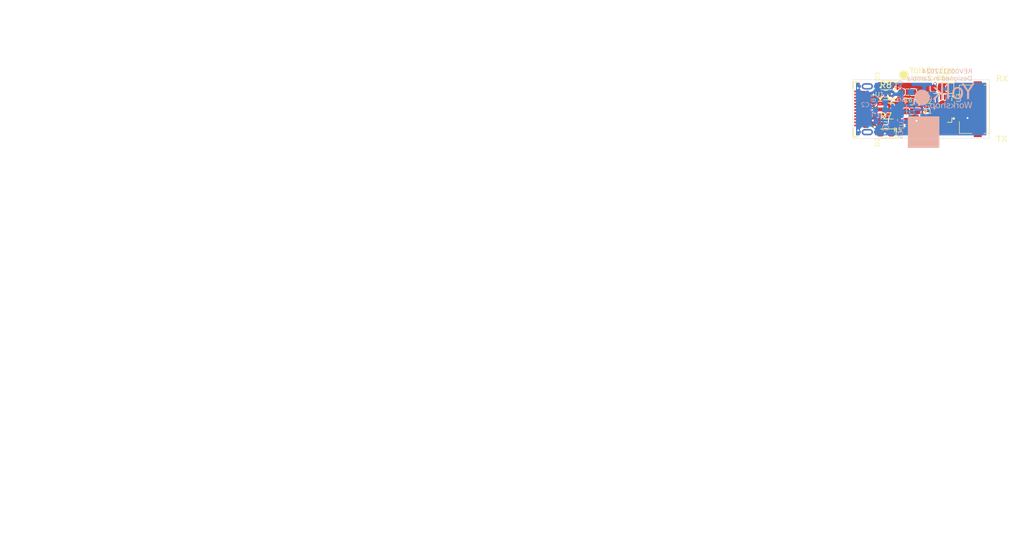
<source format=kicad_pcb>
(kicad_pcb (version 20240108) (generator "pcbnew") (generator_version "8.0")
  (layers (0 "F.Cu" signal "TOP-SIG") (1 "In1.Cu" power "L2-GND") (2 "In2.Cu" power "L3-PWR") (31 "B.Cu" signal "BOTTOM-SIG") (34 "B.Paste" user) (35 "F.Paste" user) (36 "B.SilkS" user "B.Silkscreen") (37 "F.SilkS" user "F.Silkscreen") (38 "B.Mask" user) (39 "F.Mask" user) (44 "Edge.Cuts" user))
  (net 0 "")
  (net 1 "VBUS_CONN")
  (net 2 "GND")
  (net 3 "VBUS")
  (net 4 "+3.3V")
  (net 5 "+3V3")
  (net 6 "Net-(D1-K)")
  (net 7 "Net-(D2-K)")
  (net 8 "/UART_TX")
  (net 9 "/UART_RX")
  (net 10 "/CONN_DP")
  (net 11 "/CONN_DN")
  (net 12 "/USB_DN")
  (net 13 "/DN")
  (net 14 "/USB_DP")
  (net 15 "/DP")
  (net 16 "Net-(D3-K)")
  (net 17 "Net-(U3-~{RESET})")
  (net 18 "Net-(U2-EN)")
  (net 19 "Net-(U3-CBUS1)")
  (net 20 "Net-(U3-CBUS2)")
  (net 26 "Net-(J1-CC1)")
  (net 27 "Net-(J1-CC2)")
  (footprint "Diode_SMD:D_SOD-323_HandSoldering" (layer "F.Cu") (at 165.356249 27.875 180)
    (property "Reference" "D1" (at 0 1.6 360) (layer "F.SilkS") (effects (font (size 0.75 0.75))))
    (property "Value" "BAT60BE6359HTMA1")
    (fp_line (start -2.01 0.85) (end 1.25 0.85) (stroke (width 0.12)) (layer "F.SilkS"))
    (fp_line (start -2.01 -0.85) (end 1.25 -0.85) (stroke (width 0.12)) (layer "F.SilkS"))
    (fp_line (start -2.01 -0.85) (end -2.01 0.85) (stroke (width 0.12)) (layer "F.SilkS"))
    (pad "1" smd roundrect (at -1.249999 0 180) (size 1 1) (layers "F.Cu" "F.Paste" "F.Mask") (net 6 "Net-(D1-K)"))
    (pad "2" smd roundrect (at 1.249999 0 180) (size 1 1) (layers "F.Cu" "F.Paste" "F.Mask") (net 5 "+3V3"))
  )
  (footprint "Resistor_SMD:R_0603_1608Metric_Pad0.98x0.95mm_HandSolder" (layer "F.Cu") (at 156.381249 33.825)
    (property "Reference" "R7" (at 0 -1.43 0) (layer "F.SilkS"))
    (property "Value" "5k1")
    (fp_line (start -0.254724 -0.5225) (end 0.254724 -0.5225) (stroke (width 0.12)) (layer "F.SilkS"))
    (fp_line (start -0.254724 0.5225) (end 0.254724 0.5225) (stroke (width 0.12)) (layer "F.SilkS"))
    (pad "1" smd roundrect (at -0.9125 0) (size 0.975 0.95) (layers "F.Cu" "F.Paste" "F.Mask") (net 26 "Net-(J1-CC1)"))
    (pad "2" smd roundrect (at 0.9125 0) (size 0.975 0.95) (layers "F.Cu" "F.Paste" "F.Mask") (net 2 "GND"))
  )
  (footprint "Resistor_SMD:R_0603_1608Metric_Pad0.98x0.95mm_HandSolder" (layer "F.Cu") (at 160.631249 34.7 180)
    (property "Reference" "R5" (at 2.325 0 360) (layer "F.SilkS") (effects (font (size 0.75 0.75))))
    (property "Value" "330R")
    (fp_line (start -0.254724 0.5225) (end 0.254724 0.5225) (stroke (width 0.12)) (layer "F.SilkS"))
    (fp_line (start -0.254724 -0.5225) (end 0.254724 -0.5225) (stroke (width 0.12)) (layer "F.SilkS"))
    (pad "1" smd roundrect (at -0.9125 0 180) (size 0.975 0.95) (layers "F.Cu" "F.Paste" "F.Mask") (net 19 "Net-(U3-CBUS1)"))
    (pad "2" smd roundrect (at 0.9125 0 180) (size 0.975 0.95) (layers "F.Cu" "F.Paste" "F.Mask") (net 7 "Net-(D2-K)"))
  )
  (footprint "picostroke:5037630491" (layer "F.Cu") (at 170.181249 31.275 -90)
    (property "Reference" "J2" (hide yes))
    (property "Value" "UART" (hide yes))
    (fp_line (start 1.4 2.825) (end 1.4 2.825) (stroke (width 0.2)) (layer "F.SilkS"))
    (fp_line (start 1.6 2.825) (end 1.6 2.825) (stroke (width 0.2)) (layer "F.SilkS"))
    (fp_line (start -3.9 1.925) (end -2 1.925) (stroke (width 0.1)) (layer "F.SilkS"))
    (fp_line (start 2 1.925) (end 3.9 1.925) (stroke (width 0.1)) (layer "F.SilkS"))
    (fp_line (start 3.9 1.925) (end 3.899999 -0.075) (stroke (width 0.1)) (layer "F.SilkS"))
    (fp_line (start -3.899999 -0.075) (end -3.9 1.925) (stroke (width 0.1)) (layer "F.SilkS"))
    (fp_line (start -3.9 -2.075) (end -3.9 -2.925) (stroke (width 0.1)) (layer "F.SilkS"))
    (fp_line (start -3.9 -2.925) (end 3.9 -2.925) (stroke (width 0.1)) (layer "F.SilkS"))
    (fp_line (start 3.9 -2.925) (end 3.9 -2.075) (stroke (width 0.1)) (layer "F.SilkS"))
    (fp_arc (start 1.4 2.825) (mid 1.5 2.725) (end 1.6 2.825) (stroke (width 0.2)) (layer "F.SilkS"))
    (fp_arc (start 1.6 2.825) (mid 1.5 2.925) (end 1.4 2.825) (stroke (width 0.2)) (layer "F.SilkS"))
    (pad "1" smd rect (at 1.5 1.925 270) (size 0.55 1) (layers "F.Cu" "F.Paste" "F.Mask") (net 2 "GND"))
    (pad "2" smd rect (at 0.5 1.925 270) (size 0.55 1) (layers "F.Cu" "F.Paste" "F.Mask") (net 8 "/UART_TX"))
    (pad "3" smd rect (at -0.5 1.925 270) (size 0.55 1) (layers "F.Cu" "F.Paste" "F.Mask") (net 9 "/UART_RX"))
    (pad "4" smd rect (at -1.5 1.925 270) (size 0.55 1) (layers "F.Cu" "F.Paste" "F.Mask") (net 6 "Net-(D1-K)"))
    (pad "5" smd rect (at -3.875 -1.055 270) (size 1.26 1.3) (layers "F.Cu" "F.Paste" "F.Mask"))
    (pad "6" smd rect (at 3.875 -1.055 270) (size 1.26 1.3) (layers "F.Cu" "F.Paste" "F.Mask"))
  )
  (footprint "picostroke:GCT_USB4155-03-C_REVA" (layer "F.Cu") (at 152.431249 31.274999 -90)
    (property "Reference" "J1" (at -1.325 -4.885 90) (layer "F.SilkS"))
    (property "Value" "USB4155-03-C_REVA")
    (fp_poly (pts (xy -3.700001 -1.85) (xy -3.725999 -1.849) (xy -3.752 -1.847) (xy -3.778 -1.843999) (xy -3.804 -1.839) (xy -3.829 -1.833) (xy -3.855001 -1.826) (xy -3.879 -1.817) (xy -3.903 -1.807) (xy -3.927 -1.796) (xy -3.95 -1.783) (xy -3.972 -1.769) (xy -3.994 -1.755) (xy -4.015 -1.739) (xy -4.035 -1.722) (xy -4.054 -1.704) (xy -4.072 -1.685) (xy -4.089 -1.665) (xy -4.105 -1.644) (xy -4.119 -1.622) (xy -4.133 -1.6) (xy -4.146 -1.577) (xy -4.157 -1.553) (xy -4.167 -1.529) (xy -4.176 -1.505) (xy -4.183 -1.479) (xy -4.189 -1.454) (xy -4.194 -1.428) (xy -4.197 -1.402) (xy -4.198999 -1.376) (xy -4.2 -1.35) (xy -4.2 -0.55) (xy -4.198999 -0.524) (xy -4.197 -0.498) (xy -4.194 -0.472) (xy -4.189 -0.446) (xy -4.183 -0.421) (xy -4.176 -0.395) (xy -4.167 -0.371001) (xy -4.157 -0.347) (xy -4.146 -0.323) (xy -4.133 -0.3) (xy -4.119 -0.278) (xy -4.105 -0.256) (xy -4.089001 -0.235) (xy -4.072 -0.215) (xy -4.054 -0.196) (xy -4.035 -0.178) (xy -4.015 -0.161) (xy -3.994 -0.145) (xy -3.972 -0.131) (xy -3.95 -0.117) (xy -3.927 -0.104) (xy -3.903 -0.093) (xy -3.879 -0.083) (xy -3.855001 -0.074) (xy -3.829 -0.067) (xy -3.804 -0.061) (xy -3.777999 -0.056) (xy -3.752 -0.053) (xy -3.725999 -0.051) (xy -3.7 -0.05) (xy -3.674 -0.051) (xy -3.648 -0.053) (xy -3.622 -0.056) (xy -3.595999 -0.061) (xy -3.571 -0.067) (xy -3.545 -0.073999) (xy -3.521 -0.083) (xy -3.496999 -0.093) (xy -3.473 -0.104) (xy -3.45 -0.117) (xy -3.428 -0.131) (xy -3.406 -0.145) (xy -3.385 -0.161) (xy -3.365 -0.178) (xy -3.346 -0.196) (xy -3.327999 -0.215) (xy -3.311 -0.235001) (xy -3.295 -0.256) (xy -3.281 -0.278) (xy -3.267 -0.3) (xy -3.254 -0.323) (xy -3.243 -0.347) (xy -3.233 -0.371) (xy -3.224 -0.395) (xy -3.217 -0.420999) (xy -3.210999 -0.446) (xy -3.206 -0.472) (xy -3.203 -0.498) (xy -3.201 -0.524) (xy -3.2 -0.55) (xy -3.2 -1.35) (xy -3.201 -1.376) (xy -3.203 -1.402) (xy -3.206 -1.428) (xy -3.211 -1.454) (xy -3.217 -1.478999) (xy -3.224 -1.505) (xy -3.233 -1.529) (xy -3.243 -1.553) (xy -3.254 -1.577) (xy -3.267 -1.6) (xy -3.281 -1.622) (xy -3.295 -1.644) (xy -3.311 -1.665) (xy -3.327999 -1.685) (xy -3.346 -1.704) (xy -3.365 -1.722) (xy -3.385 -1.739) (xy -3.406 -1.755) (xy -3.428 -1.769) (xy -3.45 -1.783) (xy -3.473 -1.796) (xy -3.496999 -1.807) (xy -3.521 -1.817) (xy -3.545001 -1.826) (xy -3.571 -1.833) (xy -3.596 -1.838999) (xy -3.622 -1.844) (xy -3.648 -1.847) (xy -3.674 -1.849) (xy -3.700001 -1.85)) (stroke (width 0.01)) (fill solid) (layer "F.Cu"))
    (fp_poly (pts (xy 3.700001 -1.85) (xy 3.674 -1.849) (xy 3.648 -1.847) (xy 3.622 -1.844) (xy 3.596 -1.838999) (xy 3.571 -1.833) (xy 3.545001 -1.826) (xy 3.521 -1.817) (xy 3.496999 -1.807) (xy 3.473 -1.796) (xy 3.45 -1.783) (xy 3.428 -1.769) (xy 3.406 -1.755) (xy 3.385 -1.739) (xy 3.365 -1.722) (xy 3.346 -1.704) (xy 3.327999 -1.685) (xy 3.311 -1.665) (xy 3.295 -1.644) (xy 3.281 -1.622) (xy 3.267 -1.6) (xy 3.254 -1.577) (xy 3.243 -1.553) (xy 3.233 -1.529) (xy 3.224 -1.505) (xy 3.217 -1.478999) (xy 3.211 -1.454) (xy 3.206 -1.428) (xy 3.203 -1.402) (xy 3.201 -1.376) (xy 3.2 -1.35) (xy 3.2 -0.55) (xy 3.201 -0.524) (xy 3.203 -0.498) (xy 3.206 -0.472) (xy 3.210999 -0.446) (xy 3.217 -0.420999) (xy 3.224 -0.395) (xy 3.233 -0.371) (xy 3.243 -0.347) (xy 3.254 -0.323) (xy 3.267 -0.3) (xy 3.281 -0.278) (xy 3.295 -0.256) (xy 3.311 -0.235001) (xy 3.327999 -0.215) (xy 3.346 -0.196) (xy 3.365 -0.178) (xy 3.385 -0.161) (xy 3.406 -0.145) (xy 3.428 -0.131) (xy 3.45 -0.117) (xy 3.473 -0.104) (xy 3.496999 -0.093) (xy 3.521 -0.083) (xy 3.545 -0.073999) (xy 3.571 -0.067) (xy 3.595999 -0.061) (xy 3.622 -0.056) (xy 3.648 -0.053) (xy 3.674 -0.051) (xy 3.7 -0.05) (xy 3.725999 -0.051) (xy 3.752 -0.053) (xy 3.777999 -0.056) (xy 3.804 -0.061) (xy 3.829 -0.067) (xy 3.855001 -0.074) (xy 3.879 -0.083) (xy 3.903 -0.093) (xy 3.927 -0.104) (xy 3.95 -0.117) (xy 3.972 -0.131) (xy 3.994 -0.145) (xy 4.015 -0.161) (xy 4.035 -0.178) (xy 4.054 -0.196) (xy 4.072 -0.215) (xy 4.089001 -0.235) (xy 4.105 -0.256) (xy 4.119 -0.278) (xy 4.133 -0.3) (xy 4.146 -0.323) (xy 4.157 -0.347) (xy 4.167 -0.371001) (xy 4.176 -0.395) (xy 4.183 -0.421) (xy 4.189 -0.446) (xy 4.194 -0.472) (xy 4.197 -0.498) (xy 4.198999 -0.524) (xy 4.2 -0.55) (xy 4.2 -1.35) (xy 4.198999 -1.376) (xy 4.197 -1.402) (xy 4.194 -1.428) (xy 4.189 -1.454) (xy 4.183 -1.479) (xy 4.176 -1.505) (xy 4.167 -1.529) (xy 4.157 -1.553) (xy 4.146 -1.577) (xy 4.133 -1.6) (xy 4.119 -1.622) (xy 4.105 -1.644) (xy 4.089 -1.665) (xy 4.072 -1.685) (xy 4.054 -1.704) (xy 4.035 -1.722) (xy 4.015 -1.739) (xy 3.994 -1.755) (xy 3.972 -1.769) (xy 3.95 -1.783) (xy 3.927 -1.796) (xy 3.903 -1.807) (xy 3.879 -1.817) (xy 3.855001 -1.826) (xy 3.829 -1.833) (xy 3.804 -1.839) (xy 3.778 -1.843999) (xy 3.752 -1.847) (xy 3.725999 -1.849) (xy 3.700001 -1.85)) (stroke (width 0.01)) (fill solid) (layer "F.Cu"))
    (fp_poly (pts (xy -3.700001 -1.85) (xy -3.725999 -1.849) (xy -3.752 -1.847) (xy -3.778 -1.843999) (xy -3.804 -1.839) (xy -3.829 -1.833) (xy -3.855001 -1.826) (xy -3.879 -1.817) (xy -3.903 -1.807) (xy -3.927 -1.796) (xy -3.95 -1.783) (xy -3.972 -1.769) (xy -3.994 -1.755) (xy -4.015 -1.739) (xy -4.035 -1.722) (xy -4.054 -1.704) (xy -4.072 -1.685) (xy -4.089 -1.665) (xy -4.105 -1.644) (xy -4.119 -1.622) (xy -4.133 -1.6) (xy -4.146 -1.577) (xy -4.157 -1.553) (xy -4.167 -1.529) (xy -4.176 -1.505) (xy -4.183 -1.479) (xy -4.189 -1.454) (xy -4.194 -1.428) (xy -4.197 -1.402) (xy -4.198999 -1.376) (xy -4.2 -1.35) (xy -4.2 -0.55) (xy -4.198999 -0.524) (xy -4.197 -0.498) (xy -4.194 -0.472) (xy -4.189 -0.446) (xy -4.183 -0.421) (xy -4.176 -0.395) (xy -4.167 -0.371001) (xy -4.157 -0.347) (xy -4.146 -0.323) (xy -4.133 -0.3) (xy -4.119 -0.278) (xy -4.105 -0.256) (xy -4.089001 -0.235) (xy -4.072 -0.215) (xy -4.054 -0.196) (xy -4.035 -0.178) (xy -4.015 -0.161) (xy -3.994 -0.145) (xy -3.972 -0.131) (xy -3.95 -0.117) (xy -3.927 -0.104) (xy -3.903 -0.093) (xy -3.879 -0.083) (xy -3.855001 -0.074) (xy -3.829 -0.067) (xy -3.804 -0.061) (xy -3.777999 -0.056) (xy -3.752 -0.053) (xy -3.725999 -0.051) (xy -3.7 -0.05) (xy -3.674 -0.051) (xy -3.648 -0.053) (xy -3.622 -0.056) (xy -3.595999 -0.061) (xy -3.571 -0.067) (xy -3.545 -0.073999) (xy -3.521 -0.083) (xy -3.496999 -0.093) (xy -3.473 -0.104) (xy -3.45 -0.117) (xy -3.428 -0.131) (xy -3.406 -0.145) (xy -3.385 -0.161) (xy -3.365 -0.178) (xy -3.346 -0.196) (xy -3.327999 -0.215) (xy -3.311 -0.235001) (xy -3.295 -0.256) (xy -3.281 -0.278) (xy -3.267 -0.3) (xy -3.254 -0.323) (xy -3.243 -0.347) (xy -3.233 -0.371) (xy -3.224 -0.395) (xy -3.217 -0.420999) (xy -3.210999 -0.446) (xy -3.206 -0.472) (xy -3.203 -0.498) (xy -3.201 -0.524) (xy -3.2 -0.55) (xy -3.2 -1.35) (xy -3.201 -1.376) (xy -3.203 -1.402) (xy -3.206 -1.428) (xy -3.211 -1.454) (xy -3.217 -1.478999) (xy -3.224 -1.505) (xy -3.233 -1.529) (xy -3.243 -1.553) (xy -3.254 -1.577) (xy -3.267 -1.6) (xy -3.281 -1.622) (xy -3.295 -1.644) (xy -3.311 -1.665) (xy -3.327999 -1.685) (xy -3.346 -1.704) (xy -3.365 -1.722) (xy -3.385 -1.739) (xy -3.406 -1.755) (xy -3.428 -1.769) (xy -3.45 -1.783) (xy -3.473 -1.796) (xy -3.496999 -1.807) (xy -3.521 -1.817) (xy -3.545001 -1.826) (xy -3.571 -1.833) (xy -3.596 -1.838999) (xy -3.622 -1.844) (xy -3.648 -1.847) (xy -3.674 -1.849) (xy -3.700001 -1.85)) (stroke (width 0.01)) (fill solid) (layer "B.Cu"))
    (fp_poly (pts (xy 3.700001 -1.85) (xy 3.674 -1.849) (xy 3.648 -1.847) (xy 3.622 -1.844) (xy 3.596 -1.838999) (xy 3.571 -1.833) (xy 3.545001 -1.826) (xy 3.521 -1.817) (xy 3.496999 -1.807) (xy 3.473 -1.796) (xy 3.45 -1.783) (xy 3.428 -1.769) (xy 3.406 -1.755) (xy 3.385 -1.739) (xy 3.365 -1.722) (xy 3.346 -1.704) (xy 3.327999 -1.685) (xy 3.311 -1.665) (xy 3.295 -1.644) (xy 3.281 -1.622) (xy 3.267 -1.6) (xy 3.254 -1.577) (xy 3.243 -1.553) (xy 3.233 -1.529) (xy 3.224 -1.505) (xy 3.217 -1.478999) (xy 3.211 -1.454) (xy 3.206 -1.428) (xy 3.203 -1.402) (xy 3.201 -1.376) (xy 3.2 -1.35) (xy 3.2 -0.55) (xy 3.201 -0.524) (xy 3.203 -0.498) (xy 3.206 -0.472) (xy 3.210999 -0.446) (xy 3.217 -0.420999) (xy 3.224 -0.395) (xy 3.233 -0.371) (xy 3.243 -0.347) (xy 3.254 -0.323) (xy 3.267 -0.3) (xy 3.281 -0.278) (xy 3.295 -0.256) (xy 3.311 -0.235001) (xy 3.327999 -0.215) (xy 3.346 -0.196) (xy 3.365 -0.178) (xy 3.385 -0.161) (xy 3.406 -0.145) (xy 3.428 -0.131) (xy 3.45 -0.117) (xy 3.473 -0.104) (xy 3.496999 -0.093) (xy 3.521 -0.083) (xy 3.545 -0.073999) (xy 3.571 -0.067) (xy 3.595999 -0.061) (xy 3.622 -0.056) (xy 3.648 -0.053) (xy 3.674 -0.051) (xy 3.7 -0.05) (xy 3.725999 -0.051) (xy 3.752 -0.053) (xy 3.777999 -0.056) (xy 3.804 -0.061) (xy 3.829 -0.067) (xy 3.855001 -0.074) (xy 3.879 -0.083) (xy 3.903 -0.093) (xy 3.927 -0.104) (xy 3.95 -0.117) (xy 3.972 -0.131) (xy 3.994 -0.145) (xy 4.015 -0.161) (xy 4.035 -0.178) (xy 4.054 -0.196) (xy 4.072 -0.215) (xy 4.089001 -0.235) (xy 4.105 -0.256) (xy 4.119 -0.278) (xy 4.133 -0.3) (xy 4.146 -0.323) (xy 4.157 -0.347) (xy 4.167 -0.371001) (xy 4.176 -0.395) (xy 4.183 -0.421) (xy 4.189 -0.446) (xy 4.194 -0.472) (xy 4.197 -0.498) (xy 4.198999 -0.524) (xy 4.2 -0.55) (xy 4.2 -1.35) (xy 4.198999 -1.376) (xy 4.197 -1.402) (xy 4.194 -1.428) (xy 4.189 -1.454) (xy 4.183 -1.479) (xy 4.176 -1.505) (xy 4.167 -1.529) (xy 4.157 -1.553) (xy 4.146 -1.577) (xy 4.133 -1.6) (xy 4.119 -1.622) (xy 4.105 -1.644) (xy 4.089 -1.665) (xy 4.072 -1.685) (xy 4.054 -1.704) (xy 4.035 -1.722) (xy 4.015 -1.739) (xy 3.994 -1.755) (xy 3.972 -1.769) (xy 3.95 -1.783) (xy 3.927 -1.796) (xy 3.903 -1.807) (xy 3.879 -1.817) (xy 3.855001 -1.826) (xy 3.829 -1.833) (xy 3.804 -1.839) (xy 3.778 -1.843999) (xy 3.752 -1.847) (xy 3.725999 -1.849) (xy 3.700001 -1.85)) (stroke (width 0.01)) (fill solid) (layer "B.Cu"))
    (fp_line (start -4.4 1.35) (end -3.375 1.35) (stroke (width 0.2)) (layer "F.SilkS"))
    (fp_line (start -4.4 1.35) (end -4.4 0.4) (stroke (width 0.2)) (layer "F.SilkS"))
    (fp_line (start 3.125 1.35) (end 4.4 1.35) (stroke (width 0.2)) (layer "F.SilkS"))
    (fp_line (start 4.4 1.35) (end 4.4 0.4) (stroke (width 0.2)) (layer "F.SilkS"))
    (fp_circle (center 2.875 -2.150001) (end 2.975 -2.15) (stroke (width 0.2)) (fill none) (layer "F.SilkS"))
    (pad "A1" smd rect (at 2.875 -0.75 270) (size 0.3 0.8) (layers "F.Cu" "F.Paste" "F.Mask") (net 2 "GND"))
    (pad "A2" smd rect (at 2.375001 -0.75 270) (size 0.3 0.8) (layers "F.Cu" "F.Paste" "F.Mask"))
    (pad "A3" smd rect (at 1.875 -0.75 270) (size 0.3 0.8) (layers "F.Cu" "F.Paste" "F.Mask"))
    (pad "A4" smd rect (at 1.375 -0.75 270) (size 0.3 0.8) (layers "F.Cu" "F.Paste" "F.Mask") (net 1 "VBUS_CONN"))
    (pad "A5" smd rect (at 0.875 -0.750001 270) (size 0.3 0.8) (layers "F.Cu" "F.Paste" "F.Mask") (net 26 "Net-(J1-CC1)"))
    (pad "A6" smd rect (at 0.375 -0.75 270) (size 0.3 0.8) (layers "F.Cu" "F.Paste" "F.Mask") (net 10 "/CONN_DP"))
    (pad "A7" smd rect (at -0.125 -0.75 270) (size 0.3 0.8) (layers "F.Cu" "F.Paste" "F.Mask") (net 11 "/CONN_DN"))
    (pad "A8" smd rect (at -0.625 -0.75 270) (size 0.3 0.8) (layers "F.Cu" "F.Paste" "F.Mask"))
    (pad "A9" smd rect (at -1.125 -0.75 270) (size 0.3 0.8) (layers "F.Cu" "F.Paste" "F.Mask") (net 1 "VBUS_CONN"))
    (pad "A10" smd rect (at -1.625 -0.750001 270) (size 0.3 0.8) (layers "F.Cu" "F.Paste" "F.Mask"))
    (pad "A11" smd rect (at -2.125 -0.75 270) (size 0.3 0.8) (layers "F.Cu" "F.Paste" "F.Mask"))
    (pad "A12" smd rect (at -2.625 -0.75 270) (size 0.3 0.8) (layers "F.Cu" "F.Paste" "F.Mask") (net 2 "GND"))
    (pad "B1" smd rect (at -2.875 0.75 270) (size 0.3 0.8) (layers "F.Cu" "F.Paste" "F.Mask") (net 2 "GND"))
    (pad "B2" smd rect (at -2.375001 0.75 270) (size 0.3 0.8) (layers "F.Cu" "F.Paste" "F.Mask"))
    (pad "B3" smd rect (at -1.875 0.75 270) (size 0.3 0.8) (layers "F.Cu" "F.Paste" "F.Mask"))
    (pad "B4" smd rect (at -1.375 0.75 270) (size 0.3 0.8) (layers "F.Cu" "F.Paste" "F.Mask") (net 1 "VBUS_CONN"))
    (pad "B5" smd rect (at -0.875 0.750001 270) (size 0.3 0.8) (layers "F.Cu" "F.Paste" "F.Mask") (net 27 "Net-(J1-CC2)"))
    (pad "B6" smd rect (at -0.375 0.75 270) (size 0.3 0.8) (layers "F.Cu" "F.Paste" "F.Mask") (net 10 "/CONN_DP"))
    (pad "B7" smd rect (at 0.125 0.75 270) (size 0.3 0.8) (layers "F.Cu" "F.Paste" "F.Mask") (net 11 "/CONN_DN"))
    (pad "B8" smd rect (at 0.625 0.75 270) (size 0.3 0.8) (layers "F.Cu" "F.Paste" "F.Mask"))
    (pad "B9" smd rect (at 1.125 0.75 270) (size 0.3 0.8) (layers "F.Cu" "F.Paste" "F.Mask") (net 1 "VBUS_CONN"))
    (pad "B10" smd rect (at 1.625 0.750001 270) (size 0.3 0.8) (layers "F.Cu" "F.Paste" "F.Mask"))
    (pad "B11" smd rect (at 2.125 0.75 270) (size 0.3 0.8) (layers "F.Cu" "F.Paste" "F.Mask"))
    (pad "B12" smd rect (at 2.625 0.75 270) (size 0.3 0.8) (layers "F.Cu" "F.Paste" "F.Mask") (net 2 "GND"))
    (pad "S1" thru_hole oval (at -3.700001 -0.95 270) (size 0.8 1.6) (drill oval 0.5 1.3) (layers "*.Cu") (net 2 "GND"))
    (pad "S2" thru_hole oval (at 3.700001 -0.95 270) (size 0.8 1.6) (drill oval 0.5 1.3) (layers "*.Cu") (net 2 "GND"))
  )
  (footprint "LED_SMD:LED_0603_1608Metric_Pad1.05x0.95mm_HandSolder" (layer "F.Cu") (at 156.381249 35.2 180)
    (property "Reference" "D2" (at 1.35 -1.4 90) (layer "F.SilkS") (effects (font (size 0.75 0.75))))
    (property "Value" "TXLED")
    (fp_line (start 0.8 -0.735) (end -1.66 -0.735) (stroke (width 0.12)) (layer "F.SilkS"))
    (fp_line (start -1.66 0.735) (end 0.8 0.735) (stroke (width 0.12)) (layer "F.SilkS"))
    (fp_line (start -1.66 -0.735) (end -1.66 0.735) (stroke (width 0.12)) (layer "F.SilkS"))
    (pad "1" smd roundrect (at -0.874999 0 180) (size 1.05 0.95) (layers "F.Cu" "F.Paste" "F.Mask") (net 7 "Net-(D2-K)"))
    (pad "2" smd roundrect (at 0.874999 0 180) (size 1.05 0.95) (layers "F.Cu" "F.Paste" "F.Mask") (net 4 "+3.3V"))
  )
  (footprint "Resistor_SMD:R_0603_1608Metric_Pad0.98x0.95mm_HandSolder" (layer "F.Cu") (at 159.881249 28.5)
    (property "Reference" "R6" (at 0.075 1.324999 360) (layer "F.SilkS") (effects (font (size 0.75 0.75))))
    (property "Value" "330R")
    (fp_line (start -0.254724 -0.5225) (end 0.254724 -0.5225) (stroke (width 0.12)) (layer "F.SilkS"))
    (fp_line (start -0.254724 0.5225) (end 0.254724 0.5225) (stroke (width 0.12)) (layer "F.SilkS"))
    (pad "1" smd roundrect (at -0.9125 0) (size 0.975 0.95) (layers "F.Cu" "F.Paste" "F.Mask") (net 16 "Net-(D3-K)"))
    (pad "2" smd roundrect (at 0.9125 0) (size 0.975 0.95) (layers "F.Cu" "F.Paste" "F.Mask") (net 20 "Net-(U3-CBUS2)"))
  )
  (footprint "Capacitor_SMD:C_0603_1608Metric_Pad1.08x0.95mm_HandSolder" (layer "F.Cu") (at 160.581249 33.15 180)
    (property "Reference" "C3" (at -2.575 -0.05 360) (layer "F.SilkS") (effects (font (size 0.75 0.75))))
    (property "Value" "100n")
    (fp_line (start -0.146267 0.51) (end 0.146267 0.51) (stroke (width 0.12)) (layer "F.SilkS"))
    (fp_line (start -0.146267 -0.51) (end 0.146267 -0.51) (stroke (width 0.12)) (layer "F.SilkS"))
    (pad "1" smd roundrect (at -0.862501 0 180) (size 1.075 0.95) (layers "F.Cu" "F.Paste" "F.Mask") (net 4 "+3.3V"))
    (pad "2" smd roundrect (at 0.862501 0 180) (size 1.075 0.95) (layers "F.Cu" "F.Paste" "F.Mask") (net 2 "GND"))
  )
  (footprint "Package_TO_SOT_SMD:SOT-23-6" (layer "F.Cu") (at 156.781248 31.3)
    (property "Reference" "U1" (at -1.425 -2.375 360) (layer "F.SilkS") (effects (font (size 0.75 0.75))))
    (property "Value" "USBLC6-2SC6")
    (fp_line (start 0 -1.560001) (end -0.8 -1.56) (stroke (width 0.12)) (layer "F.SilkS"))
    (fp_line (start 0 -1.560001) (end 0.8 -1.56) (stroke (width 0.12)) (layer "F.SilkS"))
    (fp_line (start 0 1.560001) (end -0.8 1.56) (stroke (width 0.12)) (layer "F.SilkS"))
    (fp_line (start 0 1.560001) (end 0.8 1.56) (stroke (width 0.12)) (layer "F.SilkS"))
    (fp_poly (pts (xy -1.3 -1.51) (xy -1.54 -1.84) (xy -1.06 -1.84) (xy -1.3 -1.51)) (stroke (width 0.12)) (fill solid) (layer "F.SilkS"))
    (pad "1" smd roundrect (at -1.1375 -0.949999) (size 1.325 0.6) (layers "F.Cu" "F.Paste" "F.Mask") (net 11 "/CONN_DN"))
    (pad "2" smd roundrect (at -1.1375 0) (size 1.325 0.6) (layers "F.Cu" "F.Paste" "F.Mask") (net 2 "GND"))
    (pad "3" smd roundrect (at -1.1375 0.949999) (size 1.325 0.6) (layers "F.Cu" "F.Paste" "F.Mask") (net 10 "/CONN_DP"))
    (pad "4" smd roundrect (at 1.1375 0.949999) (size 1.325 0.6) (layers "F.Cu" "F.Paste" "F.Mask") (net 14 "/USB_DP"))
    (pad "5" smd roundrect (at 1.1375 0) (size 1.325 0.6) (layers "F.Cu" "F.Paste" "F.Mask") (net 1 "VBUS_CONN"))
    (pad "6" smd roundrect (at 1.1375 -0.949999) (size 1.325 0.6) (layers "F.Cu" "F.Paste" "F.Mask") (net 12 "/USB_DN"))
  )
  (footprint "Resistor_SMD:R_0603_1608Metric_Pad0.98x0.95mm_HandSolder" (layer "F.Cu") (at 160.581249 31.6)
    (property "Reference" "R1" (at 2.575 0.075 360) (layer "F.SilkS") (effects (font (size 0.75 0.75))))
    (property "Value" "27R")
    (fp_line (start -0.254724 -0.5225) (end 0.254724 -0.5225) (stroke (width 0.12)) (layer "F.SilkS"))
    (fp_line (start -0.254724 0.5225) (end 0.254724 0.5225) (stroke (width 0.12)) (layer "F.SilkS"))
    (pad "1" smd roundrect (at -0.9125 0) (size 0.975 0.95) (layers "F.Cu" "F.Paste" "F.Mask") (net 12 "/USB_DN"))
    (pad "2" smd roundrect (at 0.9125 0) (size 0.975 0.95) (layers "F.Cu" "F.Paste" "F.Mask") (net 13 "/DN"))
  )
  (footprint "Resistor_SMD:R_0603_1608Metric_Pad0.98x0.95mm_HandSolder" (layer "F.Cu") (at 163.981249 34.675)
    (property "Reference" "R3" (at -2.325 0.025 360) (layer "F.SilkS") (effects (font (size 0.75 0.75))))
    (property "Value" "10k")
    (fp_line (start -0.254724 -0.5225) (end 0.254724 -0.5225) (stroke (width 0.12)) (layer "F.SilkS"))
    (fp_line (start -0.254724 0.5225) (end 0.254724 0.5225) (stroke (width 0.12)) (layer "F.SilkS"))
    (pad "1" smd roundrect (at -0.9125 0) (size 0.975 0.95) (layers "F.Cu" "F.Paste" "F.Mask") (net 4 "+3.3V"))
    (pad "2" smd roundrect (at 0.9125 0) (size 0.975 0.95) (layers "F.Cu" "F.Paste" "F.Mask") (net 17 "Net-(U3-~{RESET})"))
  )
  (footprint "Resistor_SMD:R_0603_1608Metric_Pad0.98x0.95mm_HandSolder" (layer "F.Cu") (at 156.381249 28.775)
    (property "Reference" "R8" (at 0 -1.43 0) (layer "F.SilkS"))
    (property "Value" "5k1")
    (fp_line (start -0.254724 -0.5225) (end 0.254724 -0.5225) (stroke (width 0.12)) (layer "F.SilkS"))
    (fp_line (start -0.254724 0.5225) (end 0.254724 0.5225) (stroke (width 0.12)) (layer "F.SilkS"))
    (pad "1" smd roundrect (at -0.9125 0) (size 0.975 0.95) (layers "F.Cu" "F.Paste" "F.Mask") (net 27 "Net-(J1-CC2)"))
    (pad "2" smd roundrect (at 0.9125 0) (size 0.975 0.95) (layers "F.Cu" "F.Paste" "F.Mask") (net 2 "GND"))
  )
  (footprint "LED_SMD:LED_0603_1608Metric_Pad1.05x0.95mm_HandSolder" (layer "F.Cu") (at 156.381249 27.375 180)
    (property "Reference" "D3" (at 1.325 1.4 90) (layer "F.SilkS") (effects (font (size 0.75 0.75))))
    (property "Value" "RXLED")
    (fp_line (start 0.8 -0.735) (end -1.66 -0.735) (stroke (width 0.12)) (layer "F.SilkS"))
    (fp_line (start -1.66 0.735) (end 0.8 0.735) (stroke (width 0.12)) (layer "F.SilkS"))
    (fp_line (start -1.66 -0.735) (end -1.66 0.735) (stroke (width 0.12)) (layer "F.SilkS"))
    (pad "1" smd roundrect (at -0.874999 0 180) (size 1.05 0.95) (layers "F.Cu" "F.Paste" "F.Mask") (net 16 "Net-(D3-K)"))
    (pad "2" smd roundrect (at 0.874999 0 180) (size 1.05 0.95) (layers "F.Cu" "F.Paste" "F.Mask") (net 4 "+3.3V"))
  )
  (footprint "Package_DFN_QFN:QFN-16-1EP_4x4mm_P0.65mm_EP2.1x2.1mm" (layer "F.Cu") (at 164.931249 31.275 -90)
    (property "Reference" "U3" (at -1.850001 -3.25 90) (layer "F.SilkS") (effects (font (size 0.75 0.75))))
    (property "Value" "FT230XQ")
    (fp_line (start -2.11 2.11) (end -2.11 1.385) (stroke (width 0.12)) (layer "F.SilkS"))
    (fp_line (start -1.385 2.11) (end -2.11 2.11) (stroke (width 0.12)) (layer "F.SilkS"))
    (fp_line (start 1.385 2.11) (end 2.11 2.11) (stroke (width 0.12)) (layer "F.SilkS"))
    (fp_line (start 2.11 2.11) (end 2.11 1.385) (stroke (width 0.12)) (layer "F.SilkS"))
    (fp_line (start -2.11 -1.385) (end -2.11 -1.87) (stroke (width 0.12)) (layer "F.SilkS"))
    (fp_line (start -1.385 -2.11) (end -1.81 -2.11) (stroke (width 0.12)) (layer "F.SilkS"))
    (fp_line (start 1.385 -2.11) (end 2.11 -2.11) (stroke (width 0.12)) (layer "F.SilkS"))
    (fp_line (start 2.11 -2.11) (end 2.11 -1.385) (stroke (width 0.12)) (layer "F.SilkS"))
    (fp_poly (pts (xy -2.11 -2.11) (xy -2.349999 -2.44) (xy -1.87 -2.44) (xy -2.11 -2.11)) (stroke (width 0.12)) (fill solid) (layer "F.SilkS"))
    (pad "1" smd roundrect (at -1.95 -0.975 270) (size 0.85 0.3) (layers "F.Cu" "F.Paste" "F.Mask") (net 4 "+3.3V"))
    (pad "2" smd roundrect (at -1.95 -0.325 270) (size 0.85 0.3) (layers "F.Cu" "F.Paste" "F.Mask") (net 8 "/UART_TX"))
    (pad "3" smd roundrect (at -1.95 0.325 270) (size 0.85 0.3) (layers "F.Cu" "F.Paste" "F.Mask") (net 2 "GND"))
    (pad "4" smd roundrect (at -1.95 0.975 270) (size 0.85 0.3) (layers "F.Cu" "F.Paste" "F.Mask"))
    (pad "5" smd roundrect (at -0.975 1.95 270) (size 0.3 0.85) (layers "F.Cu" "F.Paste" "F.Mask") (net 20 "Net-(U3-CBUS2)"))
    (pad "6" smd roundrect (at -0.325 1.95 270) (size 0.3 0.85) (layers "F.Cu" "F.Paste" "F.Mask") (net 15 "/DP"))
    (pad "7" smd roundrect (at 0.325 1.95 270) (size 0.3 0.85) (layers "F.Cu" "F.Paste" "F.Mask") (net 13 "/DN"))
    (pad "8" smd roundrect (at 0.975 1.95 270) (size 0.3 0.85) (layers "F.Cu" "F.Paste" "F.Mask") (net 4 "+3.3V"))
    (pad "9" smd roundrect (at 1.95 0.975 270) (size 0.85 0.3) (layers "F.Cu" "F.Paste" "F.Mask") (net 17 "Net-(U3-~{RESET})"))
    (pad "10" smd roundrect (at 1.95 0.325 270) (size 0.85 0.3) (layers "F.Cu" "F.Paste" "F.Mask") (net 3 "VBUS"))
    (pad "11" smd roundrect (at 1.95 -0.325 270) (size 0.85 0.3) (layers "F.Cu" "F.Paste" "F.Mask") (net 19 "Net-(U3-CBUS1)"))
    (pad "12" smd roundrect (at 1.95 -0.975 270) (size 0.85 0.3) (layers "F.Cu" "F.Paste" "F.Mask"))
    (pad "13" smd roundrect (at 0.975 -1.95 270) (size 0.3 0.85) (layers "F.Cu" "F.Paste" "F.Mask") (net 2 "GND"))
    (pad "14" smd roundrect (at 0.325 -1.95 270) (size 0.3 0.85) (layers "F.Cu" "F.Paste" "F.Mask"))
    (pad "15" smd roundrect (at -0.325 -1.95 270) (size 0.3 0.85) (layers "F.Cu" "F.Paste" "F.Mask") (net 9 "/UART_RX"))
    (pad "16" smd roundrect (at -0.975 -1.95 270) (size 0.3 0.85) (layers "F.Cu" "F.Paste" "F.Mask"))
    (pad "17" smd rect (at 0 0 270) (size 2.1 2.1) (property pad_prop_heatsink) (layers "F.Cu" "F.Mask") (net 2 "GND"))
  )
  (footprint "Resistor_SMD:R_0603_1608Metric_Pad0.98x0.95mm_HandSolder" (layer "F.Cu") (at 160.581249 30.05)
    (property "Reference" "R2" (at 2.575 0.05 360) (layer "F.SilkS") (effects (font (size 0.75 0.75))))
    (property "Value" "27R")
    (fp_line (start -0.254724 -0.5225) (end 0.254724 -0.5225) (stroke (width 0.12)) (layer "F.SilkS"))
    (fp_line (start -0.254724 0.5225) (end 0.254724 0.5225) (stroke (width 0.12)) (layer "F.SilkS"))
    (pad "1" smd roundrect (at -0.9125 0) (size 0.975 0.95) (layers "F.Cu" "F.Paste" "F.Mask") (net 14 "/USB_DP"))
    (pad "2" smd roundrect (at 0.9125 0) (size 0.975 0.95) (layers "F.Cu" "F.Paste" "F.Mask") (net 15 "/DP"))
  )
  (footprint "Resistor_SMD:R_0603_1608Metric_Pad0.98x0.95mm_HandSolder" (layer "B.Cu") (at 163.806248 30.9875 -90)
    (property "Reference" "R4" (at -1.9625 0.825 90) (layer "B.SilkS") (effects (font (size 0.75 0.75)) (justify mirror)))
    (property "Value" "10k")
    (fp_line (start 0.254724 0.5225) (end -0.254724 0.5225) (stroke (width 0.12)) (layer "B.SilkS"))
    (fp_line (start 0.254724 -0.5225) (end -0.254724 -0.5225) (stroke (width 0.12)) (layer "B.SilkS"))
    (pad "1" smd roundrect (at -0.9125 0 270) (size 0.975 0.95) (layers "B.Cu" "B.Paste" "B.Mask") (net 18 "Net-(U2-EN)"))
    (pad "2" smd roundrect (at 0.9125 0 270) (size 0.975 0.95) (layers "B.Cu" "B.Paste" "B.Mask") (net 3 "VBUS"))
  )
  (footprint "Resistor_SMD:R_0603_1608Metric_Pad0.98x0.95mm_HandSolder" (layer "B.Cu") (at 154.706249 32.275 90)
    (property "Reference" "FB1" (at 2.425 -0.3 90) (layer "B.SilkS") (effects (font (size 0.75 0.75)) (justify mirror)))
    (property "Value" "100R @ 100MHz")
    (fp_line (start 0.254724 -0.5225) (end -0.254724 -0.5225) (stroke (width 0.12)) (layer "B.SilkS"))
    (fp_line (start 0.254724 0.5225) (end -0.254724 0.5225) (stroke (width 0.12)) (layer "B.SilkS"))
    (pad "1" smd roundrect (at -0.9125 0 90) (size 0.975 0.95) (layers "B.Cu" "B.Paste" "B.Mask") (net 1 "VBUS_CONN"))
    (pad "2" smd roundrect (at 0.9125 0 90) (size 0.975 0.95) (layers "B.Cu" "B.Paste" "B.Mask") (net 3 "VBUS"))
  )
  (footprint "Capacitor_SMD:C_0603_1608Metric_Pad1.08x0.95mm_HandSolder" (layer "B.Cu") (at 156.256249 32.3 90)
    (property "Reference" "C1" (at -2.075001 0 360) (layer "B.SilkS") (effects (font (size 0.75 0.75)) (justify mirror)))
    (property "Value" "100n")
    (fp_line (start 0.146267 -0.51) (end -0.146267 -0.51) (stroke (width 0.12)) (layer "B.SilkS"))
    (fp_line (start 0.146267 0.51) (end -0.146267 0.51) (stroke (width 0.12)) (layer "B.SilkS"))
    (pad "1" smd roundrect (at -0.862501 0 90) (size 1.075 0.95) (layers "B.Cu" "B.Paste" "B.Mask") (net 1 "VBUS_CONN"))
    (pad "2" smd roundrect (at 0.862501 0 90) (size 1.075 0.95) (layers "B.Cu" "B.Paste" "B.Mask") (net 2 "GND"))
  )
  (footprint "Capacitor_SMD:C_0603_1608Metric_Pad1.08x0.95mm_HandSolder" (layer "B.Cu") (at 158.756248 29.6125 90)
    (property "Reference" "C4" (at 2.325 -0.025 90) (layer "B.SilkS") (effects (font (size 0.75 0.75)) (justify mirror)))
    (property "Value" "470n")
    (fp_line (start 0.146267 -0.51) (end -0.146267 -0.51) (stroke (width 0.12)) (layer "B.SilkS"))
    (fp_line (start 0.146267 0.51) (end -0.146267 0.51) (stroke (width 0.12)) (layer "B.SilkS"))
    (pad "1" smd roundrect (at -0.862501 0 90) (size 1.075 0.95) (layers "B.Cu" "B.Paste" "B.Mask") (net 4 "+3.3V"))
    (pad "2" smd roundrect (at 0.862501 0 90) (size 1.075 0.95) (layers "B.Cu" "B.Paste" "B.Mask") (net 2 "GND"))
  )
  (footprint "Capacitor_SMD:C_0603_1608Metric_Pad1.08x0.95mm_HandSolder" (layer "B.Cu") (at 155.481249 29.875)
    (property "Reference" "C2" (at -2.45 0.725 360) (layer "B.SilkS") (effects (font (size 0.75 0.75)) (justify mirror)))
    (property "Value" "100n")
    (fp_line (start 0.146267 -0.51) (end -0.146267 -0.51) (stroke (width 0.12)) (layer "B.SilkS"))
    (fp_line (start 0.146267 0.51) (end -0.146267 0.51) (stroke (width 0.12)) (layer "B.SilkS"))
    (pad "1" smd roundrect (at -0.862501 0) (size 1.075 0.95) (layers "B.Cu" "B.Paste" "B.Mask") (net 3 "VBUS"))
    (pad "2" smd roundrect (at 0.862501 0) (size 1.075 0.95) (layers "B.Cu" "B.Paste" "B.Mask") (net 2 "GND"))
  )
  (footprint "Capacitor_SMD:C_0603_1608Metric_Pad1.08x0.95mm_HandSolder" (layer "B.Cu") (at 161.281248 34.3125)
    (property "Reference" "C7" (at 2.325 0 360) (layer "B.SilkS") (effects (font (size 0.75 0.75)) (justify mirror)))
    (property "Value" "1u")
    (fp_line (start 0.146267 -0.51) (end -0.146267 -0.51) (stroke (width 0.12)) (layer "B.SilkS"))
    (fp_line (start 0.146267 0.51) (end -0.146267 0.51) (stroke (width 0.12)) (layer "B.SilkS"))
    (pad "1" smd roundrect (at -0.862501 0) (size 1.075 0.95) (layers "B.Cu" "B.Paste" "B.Mask") (net 5 "+3V3"))
    (pad "2" smd roundrect (at 0.862501 0) (size 1.075 0.95) (layers "B.Cu" "B.Paste" "B.Mask") (net 2 "GND"))
  )
  (footprint "Capacitor_SMD:C_0603_1608Metric_Pad1.08x0.95mm_HandSolder" (layer "B.Cu") (at 161.306248 28.5125)
    (property "Reference" "C6" (at -2.4 1.2 360) (layer "B.SilkS") (effects (font (size 0.75 0.75)) (justify mirror)))
    (property "Value" "1u")
    (fp_line (start 0.146267 -0.51) (end -0.146267 -0.51) (stroke (width 0.12)) (layer "B.SilkS"))
    (fp_line (start 0.146267 0.51) (end -0.146267 0.51) (stroke (width 0.12)) (layer "B.SilkS"))
    (pad "1" smd roundrect (at -0.862501 0) (size 1.075 0.95) (layers "B.Cu" "B.Paste" "B.Mask") (net 3 "VBUS"))
    (pad "2" smd roundrect (at 0.862501 0) (size 1.075 0.95) (layers "B.Cu" "B.Paste" "B.Mask") (net 2 "GND"))
  )
  (footprint "Capacitor_SMD:C_0603_1608Metric_Pad1.08x0.95mm_HandSolder" (layer "B.Cu") (at 158.781248 33.0375 -90)
    (property "Reference" "C5" (at 2.325 -0.025 90) (layer "B.SilkS") (effects (font (size 0.75 0.75)) (justify mirror)))
    (property "Value" "100n")
    (fp_line (start 0.146267 0.51) (end -0.146267 0.51) (stroke (width 0.12)) (layer "B.SilkS"))
    (fp_line (start 0.146267 -0.51) (end -0.146267 -0.51) (stroke (width 0.12)) (layer "B.SilkS"))
    (pad "1" smd roundrect (at -0.862501 0 270) (size 1.075 0.95) (layers "B.Cu" "B.Paste" "B.Mask") (net 4 "+3.3V"))
    (pad "2" smd roundrect (at 0.862501 0 270) (size 1.075 0.95) (layers "B.Cu" "B.Paste" "B.Mask") (net 2 "GND"))
  )
  (footprint "Package_TO_SOT_SMD:SOT-23-5" (layer "B.Cu") (at 161.306248 31.4125 -90)
    (property "Reference" "U2" (at 2.55 2.3375 90) (layer "B.SilkS") (effects (font (size 0.75 0.75)) (justify mirror)))
    (property "Value" "MIC5504-3.3YM5")
    (fp_line (start -0.8 1.56) (end 0 1.560001) (stroke (width 0.12)) (layer "B.SilkS"))
    (fp_line (start 0.8 1.56) (end 0 1.560001) (stroke (width 0.12)) (layer "B.SilkS"))
    (fp_line (start -0.8 -1.56) (end 0 -1.560001) (stroke (width 0.12)) (layer "B.SilkS"))
    (fp_line (start 0.8 -1.56) (end 0 -1.560001) (stroke (width 0.12)) (layer "B.SilkS"))
    (fp_poly (pts (xy -1.3 1.51) (xy -1.54 1.84) (xy -1.06 1.84) (xy -1.3 1.51)) (stroke (width 0.12)) (fill solid) (layer "B.SilkS"))
    (pad "1" smd roundrect (at -1.1375 0.949999 270) (size 1.325 0.6) (layers "B.Cu" "B.Paste" "B.Mask") (net 3 "VBUS"))
    (pad "2" smd roundrect (at -1.1375 0 270) (size 1.325 0.6) (layers "B.Cu" "B.Paste" "B.Mask") (net 2 "GND"))
    (pad "3" smd roundrect (at -1.1375 -0.949999 270) (size 1.325 0.6) (layers "B.Cu" "B.Paste" "B.Mask") (net 18 "Net-(U2-EN)"))
    (pad "4" smd roundrect (at 1.1375 -0.949999 270) (size 1.325 0.6) (layers "B.Cu" "B.Paste" "B.Mask"))
    (pad "5" smd roundrect (at 1.1375 0.949999 270) (size 1.325 0.6) (layers "B.Cu" "B.Paste" "B.Mask") (net 5 "+3V3"))
  )
  (gr_rect (start 159.981249 32.475) (end 164.981249 37.475) (stroke (width 0.1)) (fill solid) (layer "B.SilkS"))
  (gr_circle (center 162.231249 29.375) (end 162.231249 30.577082) (stroke (width 0.1)) (fill solid) (layer "B.SilkS"))
  (gr_circle (center 159.281249 25.725) (end 159.988356 25.725) (stroke (width 0.1)) (fill solid) (layer "F.SilkS"))
  (gr_rect (start 151.056249 26.500001) (end 173.106249 36) (stroke (width 0.05)) (fill none) (layer "Edge.Cuts"))
  (gr_text "REV005112024" (at 170.356249 25.625 0) (layer "B.SilkS") (effects (font (size 0.75 0.75) (thickness 0.1)) (justify left bottom mirror)))
  (gr_text "Workshop" (at 170.381249 31.275 0) (layer "B.SilkS") (effects (font (size 1 1) (thickness 0.1)) (justify left bottom mirror)))
  (gr_text "Designed in Zambia" (at 170.331249 26.775 0) (layer "B.SilkS") (effects (font (size 0.75 0.75) (thickness 0.1)) (justify left bottom mirror)))
  (gr_text "Yolk" (at 170.731249 30.05 0) (layer "B.SilkS") (effects (font (size 2.5 2.5) (thickness 0.1)) (justify left bottom mirror)))
  (gr_text "YolkBridge" (at 160.156249 25.625 0) (layer "F.SilkS") (effects (font (size 1 1) (thickness 0.1)) (justify left bottom)))
  (gr_text "USB to UART" (at 160.631249 26.775 0) (layer "F.SilkS") (effects (font (size 0.75 0.75) (thickness 0.1)) (justify left bottom)))
  (gr_text "TX" (at 174.206249 36.75 0) (layer "F.SilkS") (effects (font (size 1 1) (thickness 0.1)) (justify left bottom)))
  (gr_text "RX" (at 174.206249 26.975 0) (layer "F.SilkS") (effects (font (size 1 1) (thickness 0.1)) (justify left bottom)))
  (segment (start 151.681249 32.399999) (end 152.281249 32.399999) (width 0.2) (layer "F.Cu") (net 1))
  (segment (start 152.531249 30.149999) (end 153.181249 30.149999) (width 0.2) (layer "F.Cu") (net 1))
  (segment (start 153.831248 32.649999) (end 154.281249 33.1) (width 0.2) (layer "F.Cu") (net 1))
  (segment (start 154.381249 29.549999) (end 154.381249 28.9) (width 0.2) (layer "F.Cu") (net 1))
  (segment (start 152.281249 32.399999) (end 152.531249 32.649999) (width 0.2) (layer "F.Cu") (net 1))
  (segment (start 152.531249 32.649999) (end 153.181249 32.649999) (width 0.2) (layer "F.Cu") (net 1))
  (segment (start 153.781249 30.149999) (end 154.381249 29.549999) (width 0.2) (layer "F.Cu") (net 1))
  (segment (start 153.181249 30.149999) (end 153.781249 30.149999) (width 0.2) (layer "F.Cu") (net 1))
  (segment (start 152.281249 29.899999) (end 152.531249 30.149999) (width 0.2) (layer "F.Cu") (net 1))
  (segment (start 151.681249 29.899999) (end 152.281249 29.899999) (width 0.2) (layer "F.Cu") (net 1))
  (segment (start 153.181249 32.649999) (end 153.831248 32.649999) (width 0.2) (layer "F.Cu") (net 1))
  (via (at 154.381249 28.9) (size 0.5834) (drill 0.3) (layers "F.Cu" "B.Cu") (net 1))
  (via (at 154.281249 33.1) (size 0.5834) (drill 0.3) (layers "F.Cu" "B.Cu") (net 1))
  (segment (start 153.181249 34.149999) (end 152.816248 34.149999) (width 0.2) (layer "F.Cu") (net 2))
  (segment (start 151.681249 34.475) (end 151.906249 34.7) (width 0.2) (layer "F.Cu") (net 2))
  (segment (start 151.681249 28.0167) (end 151.847949 27.85) (width 0.2) (layer "F.Cu") (net 2))
  (segment (start 151.70625 33.925) (end 151.681249 33.899999) (width 0.2) (layer "F.Cu") (net 2))
  (segment (start 151.681249 33.899999) (end 151.681249 34.475) (width 0.2) (layer "F.Cu") (net 2))
  (segment (start 152.931249 28.399999) (end 151.681249 28.399999) (width 0.2) (layer "F.Cu") (net 2))
  (segment (start 151.681249 28.399999) (end 151.681249 28.0167) (width 0.2) (layer "F.Cu") (net 2))
  (segment (start 167.256249 32.25) (end 167.656249 32.65) (width 0.165) (layer "F.Cu") (net 2))
  (segment (start 166.881249 32.25) (end 167.256249 32.25) (width 0.165) (layer "F.Cu") (net 2))
  (segment (start 153.181249 28.649999) (end 152.931249 28.399999) (width 0.2) (layer "F.Cu") (net 2))
  (segment (start 152.816248 34.149999) (end 152.591249 33.925) (width 0.2) (layer "F.Cu") (net 2))
  (segment (start 167.656249 32.65) (end 169.531249 32.65) (width 0.165) (layer "F.Cu") (net 2))
  (segment (start 152.591249 33.925) (end 151.70625 33.925) (width 0.2) (layer "F.Cu") (net 2))
  (segment (start 169.531249 32.65) (end 169.581249 32.7) (width 0.165) (layer "F.Cu") (net 2))
  (segment (start 157.318749 28.775) (end 157.318749 28.7875) (width 0.35) (layer "F.Cu") (net 2))
  (segment (start 157.318749 28.7875) (end 157.331249 28.8) (width 0.35) (layer "F.Cu") (net 2))
  (via (at 151.847949 27.85) (size 0.5834) (drill 0.3) (layers "F.Cu" "B.Cu") (net 2))
  (via (at 157.331249 28.8) (size 0.5834) (drill 0.3) (layers "F.Cu" "B.Cu") (net 2))
  (via (at 151.906249 34.7) (size 0.5834) (drill 0.3) (layers "F.Cu" "B.Cu") (net 2))
  (via (at 169.581249 32.7) (size 0.5834) (drill 0.3) (layers "F.Cu" "B.Cu") (net 2))
  (segment (start 159.106249 33.2) (end 159.081249 33.225) (width 0.165) (layer "B.Cu") (net 2))
  (segment (start 163.281248 31.375) (end 161.152692 31.375) (width 0.35) (layer "B.Cu") (net 3))
  (segment (start 160.356249 30.578557) (end 160.356249 30.275) (width 0.35) (layer "B.Cu") (net 3))
  (segment (start 161.152692 31.375) (end 160.356249 30.578557) (width 0.35) (layer "B.Cu") (net 3))
  (segment (start 163.806248 31.9) (end 163.281248 31.375) (width 0.35) (layer "B.Cu") (net 3))
  (segment (start 162.34375 32.25) (end 161.44375 33.15) (width 0.35) (layer "F.Cu") (net 4))
  (segment (start 156.222949 35.2) (end 156.231249 35.2083) (width 0.35) (layer "F.Cu") (net 4))
  (segment (start 155.50625 35.2) (end 156.222949 35.2) (width 0.35) (layer "F.Cu") (net 4))
  (segment (start 155.50625 27.749999) (end 155.506249 27.75) (width 0.35) (layer "F.Cu") (net 4))
  (segment (start 162.981249 32.25) (end 162.34375 32.25) (width 0.35) (layer "F.Cu") (net 4))
  (segment (start 155.50625 27.375) (end 155.50625 27.749999) (width 0.35) (layer "F.Cu") (net 4))
  (via (at 156.231249 35.2083) (size 0.5834) (drill 0.3) (layers "F.Cu" "B.Cu") (net 4))
  (via (at 161.331249 33.15) (size 0.5834) (drill 0.3) (layers "F.Cu" "B.Cu") (net 4))
  (via (at 155.506249 27.75) (size 0.5834) (drill 0.3) (layers "F.Cu" "B.Cu") (net 4))
  (segment (start 158.781248 30.500001) (end 158.756248 30.475001) (width 0.35) (layer "B.Cu") (net 4))
  (segment (start 159.333747 31.6225) (end 160.753749 31.6225) (width 0.35) (layer "B.Cu") (net 4))
  (segment (start 158.781248 32.174999) (end 159.333747 31.6225) (width 0.35) (layer "B.Cu") (net 4))
  (segment (start 161.331249 32.2) (end 161.331249 33.15) (width 0.35) (layer "B.Cu") (net 4))
  (segment (start 158.781248 32.174999) (end 158.781248 30.500001) (width 0.35) (layer "B.Cu") (net 4))
  (segment (start 160.753749 31.6225) (end 161.331249 32.2) (width 0.35) (layer "B.Cu") (net 4))
  (segment (start 164.10625 27.424999) (end 164.356249 27.175) (width 0.35) (layer "F.Cu") (net 5))
  (segment (start 164.10625 27.875) (end 164.10625 27.424999) (width 0.35) (layer "F.Cu") (net 5))
  (via (at 164.356249 27.175) (size 0.5834) (drill 0.3) (layers "F.Cu" "B.Cu") (net 5))
  (segment (start 160.418747 32.612498) (end 160.356249 32.55) (width 0.35) (layer "B.Cu") (net 5))
  (segment (start 160.418747 34.3125) (end 160.418747 32.612498) (width 0.35) (layer "B.Cu") (net 5))
  (segment (start 167.806249 27.875) (end 166.606248 27.875) (width 0.35) (layer "F.Cu") (net 6))
  (segment (start 168.256249 29.65) (end 168.256249 28.325) (width 0.35) (layer "F.Cu") (net 6))
  (segment (start 168.256249 28.325) (end 167.806249 27.875) (width 0.35) (layer "F.Cu") (net 6))
  (segment (start 167.681249 30.65) (end 168.256249 30.65) (width 0.165) (layer "F.Cu") (net 9))
  (segment (start 166.881249 30.95) (end 167.381249 30.95) (width 0.165) (layer "F.Cu") (net 9))
  (segment (start 167.381249 30.95) (end 167.681249 30.65) (width 0.165) (layer "F.Cu") (net 9))
  (segment (start 154.031249 31.662949) (end 154.04375 31.67545) (width 0.1509) (layer "F.Cu") (net 10))
  (segment (start 153.194199 31.662949) (end 154.031249 31.662949) (width 0.1509) (layer "F.Cu") (net 10))
  (segment (start 153.181249 31.649999) (end 153.194199 31.662949) (width 0.1509) (layer "F.Cu") (net 10))
  (segment (start 154.5942 31.67545) (end 155.281249 32.362499) (width 0.1509) (layer "F.Cu") (net 10))
  (segment (start 155.281249 32.362499) (end 155.643749 32.362499) (width 0.1509) (layer "F.Cu") (net 10))
  (segment (start 154.04375 31.67545) (end 154.5942 31.67545) (width 0.1509) (layer "F.Cu") (net 10))
  (segment (start 152.496249 31.149999) (end 153.181249 31.149999) (width 0.165) (layer "F.Cu") (net 11))
  (segment (start 155.281249 30.462501) (end 155.643749 30.462501) (width 0.1509) (layer "F.Cu") (net 11))
  (segment (start 151.681249 31.399999) (end 152.246249 31.399999) (width 0.165) (layer "F.Cu") (net 11))
  (segment (start 154.245001 31.14955) (end 154.5942 31.14955) (width 0.1509) (layer "F.Cu") (net 11))
  (segment (start 154.2325 31.137049) (end 154.245001 31.14955) (width 0.1509) (layer "F.Cu") (net 11))
  (segment (start 154.5942 31.14955) (end 155.281249 30.462501) (width 0.1509) (layer "F.Cu") (net 11))
  (segment (start 153.181249 31.149999) (end 153.194199 31.137049) (width 0.1509) (layer "F.Cu") (net 11))
  (segment (start 153.194199 31.137049) (end 154.2325 31.137049) (width 0.1509) (layer "F.Cu") (net 11))
  (segment (start 152.246249 31.399999) (end 152.496249 31.149999) (width 0.165) (layer "F.Cu") (net 11))
  (segment (start 157.918749 30.462501) (end 158.51875 30.462501) (width 0.1509) (layer "F.Cu") (net 12))
  (segment (start 157.256248 27.375) (end 158.631249 27.375) (width 0.165) (layer "F.Cu") (net 16))
  (segment (start 158.968749 27.7125) (end 158.968749 28.5) (width 0.165) (layer "F.Cu") (net 16))
  (segment (start 158.631249 27.375) (end 158.968749 27.7125) (width 0.165) (layer "F.Cu") (net 16))
  (segment (start 163.606248 30.275) (end 163.806248 30.075) (width 0.35) (layer "B.Cu") (net 18))
  (segment (start 162.256247 30.275) (end 163.606248 30.275) (width 0.35) (layer "B.Cu") (net 18))
  (segment (start 162.981249 29.5) (end 161.981249 28.5) (width 0.165) (layer "F.Cu") (net 20))
  (segment (start 162.981249 30.3) (end 162.981249 29.5) (width 0.165) (layer "F.Cu") (net 20))
  (segment (start 161.981249 28.5) (end 160.793749 28.5) (width 0.165) (layer "F.Cu") (net 20))
  (segment (start 153.18125 32.149999) (end 154.206248 32.149999) (width 0.165) (layer "F.Cu") (net 26))
  (segment (start 155.468749 33.4125) (end 155.468749 33.825) (width 0.165) (layer "F.Cu") (net 26))
  (segment (start 154.206248 32.149999) (end 155.468749 33.4125) (width 0.165) (layer "F.Cu") (net 26))
  (zone (net 2) (net_name "GND") (layers "F.Cu" "In1.Cu" "B.Cu") (connect_pads (clearance 0.15)) (min_thickness 0.25) (fill yes (thermal_gap 0.5) (thermal_bridge_width 0.5))
    (polygon (pts (xy 151.056249 25.375) (xy 178.731249 25.375) (xy 178.731249 37.175) (xy 151.056249 37.175)))
  )
)
</source>
